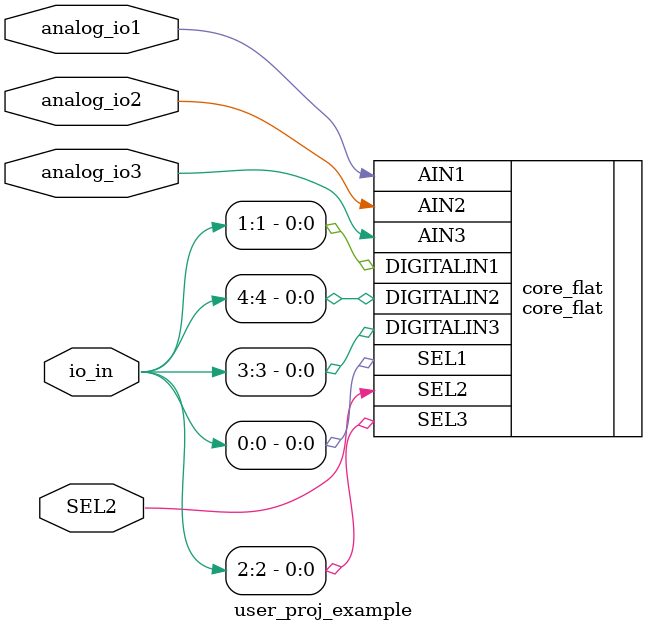
<source format=v>
/* Generated by Yosys 0.30+48 (git sha1 14d50a176d5, gcc 8.3.1 -fPIC -Os) */

module user_proj_example(io_in, SEL2, analog_io1, analog_io2, analog_io3);
  inout SEL2;
  wire SEL2;
  input analog_io1;
  wire analog_io1;
  input analog_io2;
  wire analog_io2;
  input analog_io3;
  wire analog_io3;
  input [4:0] io_in;
  wire [4:0] io_in;
  core_flat core_flat (
    .AIN1(analog_io1),
    .AIN2(analog_io2),
    .AIN3(analog_io3),
    .DIGITALIN1(io_in[1]),
    .DIGITALIN2(io_in[4]),
    .DIGITALIN3(io_in[3]),
    .SEL1(io_in[0]),
    .SEL2(SEL2),
    .SEL3(io_in[2])
  );
endmodule


</source>
